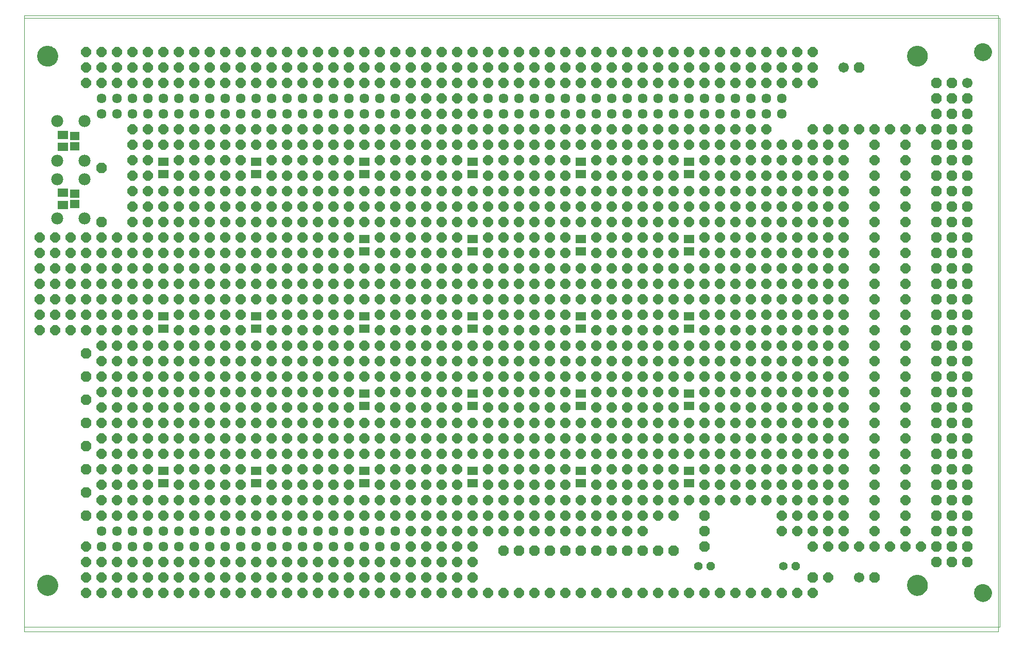
<source format=gbs>
G75*
G70*
%OFA0B0*%
%FSLAX24Y24*%
%IPPOS*%
%LPD*%
%AMOC8*
5,1,8,0,0,1.08239X$1,22.5*
%
%ADD10C,0.0000*%
%ADD11C,0.0670*%
%ADD12OC8,0.0670*%
%ADD13C,0.1140*%
%ADD14C,0.0634*%
%ADD15C,0.1340*%
%ADD16C,0.0780*%
%ADD17R,0.0631X0.0552*%
%ADD18R,0.0670X0.0552*%
%ADD19OC8,0.0640*%
%ADD20OC8,0.0560*%
%ADD21C,0.0560*%
D10*
X004848Y007120D02*
X004848Y046990D01*
X067840Y046990D01*
X067840Y007120D01*
X004848Y007120D01*
X004848Y007430D02*
X004848Y046810D01*
X067948Y046810D01*
X067948Y007430D01*
X004848Y007430D01*
X005698Y010120D02*
X005700Y010170D01*
X005706Y010220D01*
X005716Y010270D01*
X005729Y010318D01*
X005746Y010366D01*
X005767Y010412D01*
X005791Y010456D01*
X005819Y010498D01*
X005850Y010538D01*
X005884Y010575D01*
X005921Y010610D01*
X005960Y010641D01*
X006001Y010670D01*
X006045Y010695D01*
X006091Y010717D01*
X006138Y010735D01*
X006186Y010749D01*
X006235Y010760D01*
X006285Y010767D01*
X006335Y010770D01*
X006386Y010769D01*
X006436Y010764D01*
X006486Y010755D01*
X006534Y010743D01*
X006582Y010726D01*
X006628Y010706D01*
X006673Y010683D01*
X006716Y010656D01*
X006756Y010626D01*
X006794Y010593D01*
X006829Y010557D01*
X006862Y010518D01*
X006891Y010477D01*
X006917Y010434D01*
X006940Y010389D01*
X006959Y010342D01*
X006974Y010294D01*
X006986Y010245D01*
X006994Y010195D01*
X006998Y010145D01*
X006998Y010095D01*
X006994Y010045D01*
X006986Y009995D01*
X006974Y009946D01*
X006959Y009898D01*
X006940Y009851D01*
X006917Y009806D01*
X006891Y009763D01*
X006862Y009722D01*
X006829Y009683D01*
X006794Y009647D01*
X006756Y009614D01*
X006716Y009584D01*
X006673Y009557D01*
X006628Y009534D01*
X006582Y009514D01*
X006534Y009497D01*
X006486Y009485D01*
X006436Y009476D01*
X006386Y009471D01*
X006335Y009470D01*
X006285Y009473D01*
X006235Y009480D01*
X006186Y009491D01*
X006138Y009505D01*
X006091Y009523D01*
X006045Y009545D01*
X006001Y009570D01*
X005960Y009599D01*
X005921Y009630D01*
X005884Y009665D01*
X005850Y009702D01*
X005819Y009742D01*
X005791Y009784D01*
X005767Y009828D01*
X005746Y009874D01*
X005729Y009922D01*
X005716Y009970D01*
X005706Y010020D01*
X005700Y010070D01*
X005698Y010120D01*
X005698Y044370D02*
X005700Y044420D01*
X005706Y044470D01*
X005716Y044520D01*
X005729Y044568D01*
X005746Y044616D01*
X005767Y044662D01*
X005791Y044706D01*
X005819Y044748D01*
X005850Y044788D01*
X005884Y044825D01*
X005921Y044860D01*
X005960Y044891D01*
X006001Y044920D01*
X006045Y044945D01*
X006091Y044967D01*
X006138Y044985D01*
X006186Y044999D01*
X006235Y045010D01*
X006285Y045017D01*
X006335Y045020D01*
X006386Y045019D01*
X006436Y045014D01*
X006486Y045005D01*
X006534Y044993D01*
X006582Y044976D01*
X006628Y044956D01*
X006673Y044933D01*
X006716Y044906D01*
X006756Y044876D01*
X006794Y044843D01*
X006829Y044807D01*
X006862Y044768D01*
X006891Y044727D01*
X006917Y044684D01*
X006940Y044639D01*
X006959Y044592D01*
X006974Y044544D01*
X006986Y044495D01*
X006994Y044445D01*
X006998Y044395D01*
X006998Y044345D01*
X006994Y044295D01*
X006986Y044245D01*
X006974Y044196D01*
X006959Y044148D01*
X006940Y044101D01*
X006917Y044056D01*
X006891Y044013D01*
X006862Y043972D01*
X006829Y043933D01*
X006794Y043897D01*
X006756Y043864D01*
X006716Y043834D01*
X006673Y043807D01*
X006628Y043784D01*
X006582Y043764D01*
X006534Y043747D01*
X006486Y043735D01*
X006436Y043726D01*
X006386Y043721D01*
X006335Y043720D01*
X006285Y043723D01*
X006235Y043730D01*
X006186Y043741D01*
X006138Y043755D01*
X006091Y043773D01*
X006045Y043795D01*
X006001Y043820D01*
X005960Y043849D01*
X005921Y043880D01*
X005884Y043915D01*
X005850Y043952D01*
X005819Y043992D01*
X005791Y044034D01*
X005767Y044078D01*
X005746Y044124D01*
X005729Y044172D01*
X005716Y044220D01*
X005706Y044270D01*
X005700Y044320D01*
X005698Y044370D01*
X061948Y044370D02*
X061950Y044420D01*
X061956Y044470D01*
X061966Y044520D01*
X061979Y044568D01*
X061996Y044616D01*
X062017Y044662D01*
X062041Y044706D01*
X062069Y044748D01*
X062100Y044788D01*
X062134Y044825D01*
X062171Y044860D01*
X062210Y044891D01*
X062251Y044920D01*
X062295Y044945D01*
X062341Y044967D01*
X062388Y044985D01*
X062436Y044999D01*
X062485Y045010D01*
X062535Y045017D01*
X062585Y045020D01*
X062636Y045019D01*
X062686Y045014D01*
X062736Y045005D01*
X062784Y044993D01*
X062832Y044976D01*
X062878Y044956D01*
X062923Y044933D01*
X062966Y044906D01*
X063006Y044876D01*
X063044Y044843D01*
X063079Y044807D01*
X063112Y044768D01*
X063141Y044727D01*
X063167Y044684D01*
X063190Y044639D01*
X063209Y044592D01*
X063224Y044544D01*
X063236Y044495D01*
X063244Y044445D01*
X063248Y044395D01*
X063248Y044345D01*
X063244Y044295D01*
X063236Y044245D01*
X063224Y044196D01*
X063209Y044148D01*
X063190Y044101D01*
X063167Y044056D01*
X063141Y044013D01*
X063112Y043972D01*
X063079Y043933D01*
X063044Y043897D01*
X063006Y043864D01*
X062966Y043834D01*
X062923Y043807D01*
X062878Y043784D01*
X062832Y043764D01*
X062784Y043747D01*
X062736Y043735D01*
X062686Y043726D01*
X062636Y043721D01*
X062585Y043720D01*
X062535Y043723D01*
X062485Y043730D01*
X062436Y043741D01*
X062388Y043755D01*
X062341Y043773D01*
X062295Y043795D01*
X062251Y043820D01*
X062210Y043849D01*
X062171Y043880D01*
X062134Y043915D01*
X062100Y043952D01*
X062069Y043992D01*
X062041Y044034D01*
X062017Y044078D01*
X061996Y044124D01*
X061979Y044172D01*
X061966Y044220D01*
X061956Y044270D01*
X061950Y044320D01*
X061948Y044370D01*
X066298Y044620D02*
X066300Y044667D01*
X066306Y044713D01*
X066316Y044759D01*
X066329Y044803D01*
X066347Y044847D01*
X066368Y044888D01*
X066392Y044928D01*
X066420Y044966D01*
X066451Y045001D01*
X066485Y045033D01*
X066521Y045062D01*
X066560Y045088D01*
X066600Y045111D01*
X066643Y045130D01*
X066687Y045146D01*
X066732Y045158D01*
X066778Y045166D01*
X066825Y045170D01*
X066871Y045170D01*
X066918Y045166D01*
X066964Y045158D01*
X067009Y045146D01*
X067053Y045130D01*
X067096Y045111D01*
X067136Y045088D01*
X067175Y045062D01*
X067211Y045033D01*
X067245Y045001D01*
X067276Y044966D01*
X067304Y044928D01*
X067328Y044888D01*
X067349Y044847D01*
X067367Y044803D01*
X067380Y044759D01*
X067390Y044713D01*
X067396Y044667D01*
X067398Y044620D01*
X067396Y044573D01*
X067390Y044527D01*
X067380Y044481D01*
X067367Y044437D01*
X067349Y044393D01*
X067328Y044352D01*
X067304Y044312D01*
X067276Y044274D01*
X067245Y044239D01*
X067211Y044207D01*
X067175Y044178D01*
X067136Y044152D01*
X067096Y044129D01*
X067053Y044110D01*
X067009Y044094D01*
X066964Y044082D01*
X066918Y044074D01*
X066871Y044070D01*
X066825Y044070D01*
X066778Y044074D01*
X066732Y044082D01*
X066687Y044094D01*
X066643Y044110D01*
X066600Y044129D01*
X066560Y044152D01*
X066521Y044178D01*
X066485Y044207D01*
X066451Y044239D01*
X066420Y044274D01*
X066392Y044312D01*
X066368Y044352D01*
X066347Y044393D01*
X066329Y044437D01*
X066316Y044481D01*
X066306Y044527D01*
X066300Y044573D01*
X066298Y044620D01*
X061948Y010120D02*
X061950Y010170D01*
X061956Y010220D01*
X061966Y010270D01*
X061979Y010318D01*
X061996Y010366D01*
X062017Y010412D01*
X062041Y010456D01*
X062069Y010498D01*
X062100Y010538D01*
X062134Y010575D01*
X062171Y010610D01*
X062210Y010641D01*
X062251Y010670D01*
X062295Y010695D01*
X062341Y010717D01*
X062388Y010735D01*
X062436Y010749D01*
X062485Y010760D01*
X062535Y010767D01*
X062585Y010770D01*
X062636Y010769D01*
X062686Y010764D01*
X062736Y010755D01*
X062784Y010743D01*
X062832Y010726D01*
X062878Y010706D01*
X062923Y010683D01*
X062966Y010656D01*
X063006Y010626D01*
X063044Y010593D01*
X063079Y010557D01*
X063112Y010518D01*
X063141Y010477D01*
X063167Y010434D01*
X063190Y010389D01*
X063209Y010342D01*
X063224Y010294D01*
X063236Y010245D01*
X063244Y010195D01*
X063248Y010145D01*
X063248Y010095D01*
X063244Y010045D01*
X063236Y009995D01*
X063224Y009946D01*
X063209Y009898D01*
X063190Y009851D01*
X063167Y009806D01*
X063141Y009763D01*
X063112Y009722D01*
X063079Y009683D01*
X063044Y009647D01*
X063006Y009614D01*
X062966Y009584D01*
X062923Y009557D01*
X062878Y009534D01*
X062832Y009514D01*
X062784Y009497D01*
X062736Y009485D01*
X062686Y009476D01*
X062636Y009471D01*
X062585Y009470D01*
X062535Y009473D01*
X062485Y009480D01*
X062436Y009491D01*
X062388Y009505D01*
X062341Y009523D01*
X062295Y009545D01*
X062251Y009570D01*
X062210Y009599D01*
X062171Y009630D01*
X062134Y009665D01*
X062100Y009702D01*
X062069Y009742D01*
X062041Y009784D01*
X062017Y009828D01*
X061996Y009874D01*
X061979Y009922D01*
X061966Y009970D01*
X061956Y010020D01*
X061950Y010070D01*
X061948Y010120D01*
X066298Y009620D02*
X066300Y009667D01*
X066306Y009713D01*
X066316Y009759D01*
X066329Y009803D01*
X066347Y009847D01*
X066368Y009888D01*
X066392Y009928D01*
X066420Y009966D01*
X066451Y010001D01*
X066485Y010033D01*
X066521Y010062D01*
X066560Y010088D01*
X066600Y010111D01*
X066643Y010130D01*
X066687Y010146D01*
X066732Y010158D01*
X066778Y010166D01*
X066825Y010170D01*
X066871Y010170D01*
X066918Y010166D01*
X066964Y010158D01*
X067009Y010146D01*
X067053Y010130D01*
X067096Y010111D01*
X067136Y010088D01*
X067175Y010062D01*
X067211Y010033D01*
X067245Y010001D01*
X067276Y009966D01*
X067304Y009928D01*
X067328Y009888D01*
X067349Y009847D01*
X067367Y009803D01*
X067380Y009759D01*
X067390Y009713D01*
X067396Y009667D01*
X067398Y009620D01*
X067396Y009573D01*
X067390Y009527D01*
X067380Y009481D01*
X067367Y009437D01*
X067349Y009393D01*
X067328Y009352D01*
X067304Y009312D01*
X067276Y009274D01*
X067245Y009239D01*
X067211Y009207D01*
X067175Y009178D01*
X067136Y009152D01*
X067096Y009129D01*
X067053Y009110D01*
X067009Y009094D01*
X066964Y009082D01*
X066918Y009074D01*
X066871Y009070D01*
X066825Y009070D01*
X066778Y009074D01*
X066732Y009082D01*
X066687Y009094D01*
X066643Y009110D01*
X066600Y009129D01*
X066560Y009152D01*
X066521Y009178D01*
X066485Y009207D01*
X066451Y009239D01*
X066420Y009274D01*
X066392Y009312D01*
X066368Y009352D01*
X066347Y009393D01*
X066329Y009437D01*
X066316Y009481D01*
X066306Y009527D01*
X066300Y009573D01*
X066298Y009620D01*
D11*
X058848Y010620D03*
X065848Y042620D03*
X057848Y043620D03*
D12*
X058848Y043620D03*
X063848Y042620D03*
X064848Y042620D03*
X064848Y041620D03*
X065848Y041620D03*
X065848Y040620D03*
X064848Y040620D03*
X064848Y039620D03*
X065848Y039620D03*
X065848Y038620D03*
X064848Y038620D03*
X063848Y038620D03*
X063848Y039620D03*
X063848Y040620D03*
X063848Y041620D03*
X063848Y037620D03*
X064848Y037620D03*
X065848Y037620D03*
X065848Y036620D03*
X064848Y036620D03*
X063848Y036620D03*
X063848Y035620D03*
X064848Y035620D03*
X065848Y035620D03*
X065848Y034620D03*
X064848Y034620D03*
X063848Y034620D03*
X063848Y033620D03*
X063848Y032620D03*
X064848Y032620D03*
X064848Y033620D03*
X065848Y033620D03*
X065848Y032620D03*
X065848Y031620D03*
X064848Y031620D03*
X063848Y031620D03*
X063848Y030620D03*
X064848Y030620D03*
X065848Y030620D03*
X065848Y029620D03*
X064848Y029620D03*
X063848Y029620D03*
X063848Y028620D03*
X064848Y028620D03*
X065848Y028620D03*
X065848Y027620D03*
X064848Y027620D03*
X064848Y026620D03*
X065848Y026620D03*
X065848Y025620D03*
X064848Y025620D03*
X063848Y025620D03*
X063848Y026620D03*
X063848Y027620D03*
X063848Y024620D03*
X064848Y024620D03*
X065848Y024620D03*
X065848Y023620D03*
X064848Y023620D03*
X063848Y023620D03*
X063848Y022620D03*
X064848Y022620D03*
X065848Y022620D03*
X065848Y021620D03*
X064848Y021620D03*
X064848Y020620D03*
X065848Y020620D03*
X065848Y019620D03*
X064848Y019620D03*
X063848Y019620D03*
X063848Y020620D03*
X063848Y021620D03*
X063848Y018620D03*
X064848Y018620D03*
X065848Y018620D03*
X065848Y017620D03*
X064848Y017620D03*
X063848Y017620D03*
X063848Y016620D03*
X064848Y016620D03*
X065848Y016620D03*
X065848Y015620D03*
X064848Y015620D03*
X063848Y015620D03*
X063848Y014620D03*
X063848Y013620D03*
X064848Y013620D03*
X064848Y014620D03*
X065848Y014620D03*
X065848Y013620D03*
X065848Y012620D03*
X064848Y012620D03*
X063848Y012620D03*
X063848Y011620D03*
X064848Y011620D03*
X065848Y011620D03*
X059848Y010620D03*
X055848Y010620D03*
X048848Y012620D03*
X048848Y013620D03*
X048848Y014620D03*
X046848Y012370D03*
X045848Y012370D03*
X044848Y012370D03*
X043848Y012370D03*
X042848Y012370D03*
X041848Y012370D03*
X040848Y012370D03*
X039848Y012370D03*
X038848Y012370D03*
X037848Y012370D03*
X036848Y012370D03*
X035848Y012370D03*
X008848Y014620D03*
X008848Y016120D03*
X008848Y017620D03*
X008848Y019120D03*
X008848Y020620D03*
X008848Y022120D03*
X008848Y023620D03*
X008848Y025120D03*
X009848Y033620D03*
X009848Y037120D03*
D13*
X066848Y044620D03*
X066848Y009620D03*
D14*
X028848Y012620D03*
X027848Y012620D03*
X027848Y013620D03*
X028848Y013620D03*
X026848Y013620D03*
X025848Y013620D03*
X024848Y013620D03*
X023848Y013620D03*
X022848Y013620D03*
X021848Y013620D03*
X020848Y013620D03*
X019848Y013620D03*
X018848Y013620D03*
X017848Y013620D03*
X016848Y013620D03*
X015848Y013620D03*
X014848Y013620D03*
X013848Y013620D03*
X012848Y013620D03*
X011848Y013620D03*
X010848Y013620D03*
X009848Y013620D03*
X009848Y012620D03*
X010848Y012620D03*
X011848Y012620D03*
X012848Y012620D03*
X013848Y012620D03*
X014848Y012620D03*
X015848Y012620D03*
X016848Y012620D03*
X017848Y012620D03*
X018848Y012620D03*
X019848Y012620D03*
X020848Y012620D03*
X021848Y012620D03*
X022848Y012620D03*
X023848Y012620D03*
X024848Y012620D03*
X025848Y012620D03*
X026848Y012620D03*
X026848Y040620D03*
X025848Y040620D03*
X024848Y040620D03*
X024848Y041620D03*
X025848Y041620D03*
X026848Y041620D03*
X027848Y041620D03*
X028848Y041620D03*
X028848Y040620D03*
X027848Y040620D03*
X023848Y040620D03*
X022848Y040620D03*
X022848Y041620D03*
X023848Y041620D03*
X021848Y041620D03*
X020848Y041620D03*
X019848Y041620D03*
X018848Y041620D03*
X017848Y041620D03*
X016848Y041620D03*
X015848Y041620D03*
X014848Y041620D03*
X013848Y041620D03*
X012848Y041620D03*
X011848Y041620D03*
X010848Y041620D03*
X009848Y041620D03*
X009848Y040620D03*
X010848Y040620D03*
X011848Y040620D03*
X012848Y040620D03*
X013848Y040620D03*
X014848Y040620D03*
X015848Y040620D03*
X016848Y040620D03*
X017848Y040620D03*
X018848Y040620D03*
X019848Y040620D03*
X020848Y040620D03*
X021848Y040620D03*
X034848Y040620D03*
X035848Y040620D03*
X036848Y040620D03*
X036848Y041620D03*
X035848Y041620D03*
X034848Y041620D03*
X037848Y041620D03*
X038848Y041620D03*
X039848Y041620D03*
X040848Y041620D03*
X041848Y041620D03*
X042848Y041620D03*
X043848Y041620D03*
X044848Y041620D03*
X045848Y041620D03*
X046848Y041620D03*
X047848Y041620D03*
X048848Y041620D03*
X049848Y041620D03*
X050848Y041620D03*
X051848Y041620D03*
X052848Y041620D03*
X053848Y041620D03*
X053848Y040620D03*
X052848Y040620D03*
X051848Y040620D03*
X050848Y040620D03*
X049848Y040620D03*
X048848Y040620D03*
X047848Y040620D03*
X046848Y040620D03*
X045848Y040620D03*
X044848Y040620D03*
X043848Y040620D03*
X042848Y040620D03*
X041848Y040620D03*
X040848Y040620D03*
X039848Y040620D03*
X038848Y040620D03*
X037848Y040620D03*
D15*
X062598Y044370D03*
X062598Y010120D03*
X006348Y010120D03*
X006348Y044370D03*
D16*
X006958Y040150D03*
X008738Y040150D03*
X008738Y037590D03*
X008738Y036400D03*
X006958Y036400D03*
X006958Y037590D03*
X006958Y033840D03*
X008738Y033840D03*
D17*
X008098Y034785D03*
X008098Y035454D03*
X008098Y038535D03*
X008098Y039204D03*
D18*
X007348Y039263D03*
X007348Y038476D03*
X007348Y035513D03*
X007348Y034726D03*
X013848Y036726D03*
X013848Y037513D03*
X019848Y037513D03*
X019848Y036726D03*
X026848Y036726D03*
X026848Y037513D03*
X026848Y032513D03*
X026848Y031726D03*
X026848Y027513D03*
X026848Y026726D03*
X026848Y022513D03*
X026848Y021726D03*
X026848Y017513D03*
X026848Y016726D03*
X033848Y016726D03*
X033848Y017513D03*
X033848Y021726D03*
X033848Y022513D03*
X033848Y026726D03*
X033848Y027513D03*
X033848Y031726D03*
X033848Y032513D03*
X033848Y036726D03*
X033848Y037513D03*
X040848Y037513D03*
X040848Y036726D03*
X040848Y032513D03*
X040848Y031726D03*
X040848Y027513D03*
X040848Y026726D03*
X040848Y022513D03*
X040848Y021726D03*
X040848Y017513D03*
X040848Y016726D03*
X047848Y016726D03*
X047848Y017513D03*
X047848Y021726D03*
X047848Y022513D03*
X047848Y026726D03*
X047848Y027513D03*
X047848Y031726D03*
X047848Y032513D03*
X047848Y036726D03*
X047848Y037513D03*
X019848Y027513D03*
X019848Y026726D03*
X013848Y026726D03*
X013848Y027513D03*
X013848Y017513D03*
X013848Y016726D03*
X019848Y016726D03*
X019848Y017513D03*
D19*
X018848Y017620D03*
X017848Y017620D03*
X017848Y018620D03*
X018848Y018620D03*
X019848Y018620D03*
X019848Y019620D03*
X018848Y019620D03*
X017848Y019620D03*
X017848Y020620D03*
X017848Y021620D03*
X018848Y021620D03*
X019848Y021620D03*
X019848Y020620D03*
X018848Y020620D03*
X018848Y022620D03*
X019848Y022620D03*
X019848Y023620D03*
X018848Y023620D03*
X017848Y023620D03*
X017848Y024620D03*
X018848Y024620D03*
X019848Y024620D03*
X019848Y025620D03*
X018848Y025620D03*
X017848Y025620D03*
X017848Y026620D03*
X017848Y027620D03*
X018848Y027620D03*
X018848Y026620D03*
X018848Y028620D03*
X019848Y028620D03*
X019848Y029620D03*
X018848Y029620D03*
X017848Y029620D03*
X017848Y030620D03*
X018848Y030620D03*
X019848Y030620D03*
X019848Y031620D03*
X018848Y031620D03*
X017848Y031620D03*
X017848Y032620D03*
X017848Y033620D03*
X018848Y033620D03*
X019848Y033620D03*
X019848Y032620D03*
X018848Y032620D03*
X018848Y034620D03*
X019848Y034620D03*
X019848Y035620D03*
X018848Y035620D03*
X017848Y035620D03*
X017848Y036620D03*
X018848Y036620D03*
X018848Y037620D03*
X017848Y037620D03*
X017848Y038620D03*
X018848Y038620D03*
X019848Y038620D03*
X019848Y039620D03*
X018848Y039620D03*
X017848Y039620D03*
X016848Y039620D03*
X015848Y039620D03*
X014848Y039620D03*
X013848Y039620D03*
X012848Y039620D03*
X011848Y039620D03*
X011848Y038620D03*
X012848Y038620D03*
X013848Y038620D03*
X014848Y038620D03*
X015848Y038620D03*
X016848Y038620D03*
X016848Y037620D03*
X015848Y037620D03*
X014848Y037620D03*
X014848Y036620D03*
X015848Y036620D03*
X016848Y036620D03*
X016848Y035620D03*
X015848Y035620D03*
X014848Y035620D03*
X013848Y035620D03*
X012848Y035620D03*
X012848Y036620D03*
X012848Y037620D03*
X011848Y037620D03*
X011848Y036620D03*
X011848Y035620D03*
X011848Y034620D03*
X012848Y034620D03*
X013848Y034620D03*
X014848Y034620D03*
X015848Y034620D03*
X016848Y034620D03*
X017848Y034620D03*
X016848Y033620D03*
X015848Y033620D03*
X015848Y032620D03*
X016848Y032620D03*
X016848Y031620D03*
X015848Y031620D03*
X014848Y031620D03*
X013848Y031620D03*
X012848Y031620D03*
X012848Y032620D03*
X012848Y033620D03*
X013848Y033620D03*
X014848Y033620D03*
X014848Y032620D03*
X013848Y032620D03*
X011848Y032620D03*
X011848Y033620D03*
X010848Y032620D03*
X009848Y032620D03*
X008848Y032620D03*
X007848Y032620D03*
X006848Y032620D03*
X005848Y032620D03*
X005848Y031620D03*
X006848Y031620D03*
X007848Y031620D03*
X008848Y031620D03*
X009848Y031620D03*
X010848Y031620D03*
X011848Y031620D03*
X011848Y030620D03*
X010848Y030620D03*
X009848Y030620D03*
X008848Y030620D03*
X007848Y030620D03*
X006848Y030620D03*
X005848Y030620D03*
X005848Y029620D03*
X006848Y029620D03*
X007848Y029620D03*
X008848Y029620D03*
X009848Y029620D03*
X010848Y029620D03*
X011848Y029620D03*
X012848Y029620D03*
X013848Y029620D03*
X014848Y029620D03*
X014848Y030620D03*
X013848Y030620D03*
X012848Y030620D03*
X012848Y028620D03*
X013848Y028620D03*
X014848Y028620D03*
X015848Y028620D03*
X016848Y028620D03*
X016848Y029620D03*
X015848Y029620D03*
X015848Y030620D03*
X016848Y030620D03*
X017848Y028620D03*
X016848Y027620D03*
X015848Y027620D03*
X015848Y026620D03*
X016848Y026620D03*
X016848Y025620D03*
X015848Y025620D03*
X014848Y025620D03*
X013848Y025620D03*
X012848Y025620D03*
X012848Y026620D03*
X012848Y027620D03*
X011848Y027620D03*
X010848Y027620D03*
X010848Y026620D03*
X011848Y026620D03*
X011848Y025620D03*
X010848Y025620D03*
X009848Y025620D03*
X009848Y026620D03*
X009848Y027620D03*
X008848Y027620D03*
X007848Y027620D03*
X007848Y026620D03*
X008848Y026620D03*
X008848Y028620D03*
X009848Y028620D03*
X010848Y028620D03*
X011848Y028620D03*
X014848Y027620D03*
X014848Y026620D03*
X014848Y024620D03*
X013848Y024620D03*
X012848Y024620D03*
X011848Y024620D03*
X010848Y024620D03*
X009848Y024620D03*
X009848Y023620D03*
X010848Y023620D03*
X011848Y023620D03*
X012848Y023620D03*
X013848Y023620D03*
X014848Y023620D03*
X015848Y023620D03*
X016848Y023620D03*
X016848Y024620D03*
X015848Y024620D03*
X015848Y022620D03*
X016848Y022620D03*
X017848Y022620D03*
X016848Y021620D03*
X015848Y021620D03*
X015848Y020620D03*
X016848Y020620D03*
X016848Y019620D03*
X015848Y019620D03*
X014848Y019620D03*
X013848Y019620D03*
X012848Y019620D03*
X012848Y020620D03*
X012848Y021620D03*
X013848Y021620D03*
X014848Y021620D03*
X014848Y020620D03*
X013848Y020620D03*
X013848Y022620D03*
X014848Y022620D03*
X012848Y022620D03*
X011848Y022620D03*
X010848Y022620D03*
X009848Y022620D03*
X009848Y021620D03*
X009848Y020620D03*
X010848Y020620D03*
X010848Y021620D03*
X011848Y021620D03*
X011848Y020620D03*
X011848Y019620D03*
X010848Y019620D03*
X009848Y019620D03*
X009848Y018620D03*
X010848Y018620D03*
X011848Y018620D03*
X012848Y018620D03*
X013848Y018620D03*
X014848Y018620D03*
X015848Y018620D03*
X016848Y018620D03*
X016848Y017620D03*
X015848Y017620D03*
X014848Y017620D03*
X014848Y016620D03*
X015848Y016620D03*
X016848Y016620D03*
X017848Y016620D03*
X018848Y016620D03*
X018848Y015620D03*
X019848Y015620D03*
X020848Y015620D03*
X021848Y015620D03*
X021848Y016620D03*
X020848Y016620D03*
X020848Y017620D03*
X021848Y017620D03*
X021848Y018620D03*
X020848Y018620D03*
X020848Y019620D03*
X021848Y019620D03*
X021848Y020620D03*
X021848Y021620D03*
X020848Y021620D03*
X020848Y020620D03*
X020848Y022620D03*
X021848Y022620D03*
X021848Y023620D03*
X020848Y023620D03*
X020848Y024620D03*
X021848Y024620D03*
X021848Y025620D03*
X020848Y025620D03*
X020848Y026620D03*
X020848Y027620D03*
X021848Y027620D03*
X021848Y026620D03*
X022848Y026620D03*
X022848Y027620D03*
X023848Y027620D03*
X023848Y026620D03*
X024848Y026620D03*
X024848Y027620D03*
X025848Y027620D03*
X025848Y026620D03*
X025848Y025620D03*
X026848Y025620D03*
X027848Y025620D03*
X028848Y025620D03*
X028848Y026620D03*
X028848Y027620D03*
X027848Y027620D03*
X027848Y026620D03*
X027848Y028620D03*
X028848Y028620D03*
X028848Y029620D03*
X027848Y029620D03*
X027848Y030620D03*
X028848Y030620D03*
X028848Y031620D03*
X027848Y031620D03*
X027848Y032620D03*
X027848Y033620D03*
X028848Y033620D03*
X028848Y032620D03*
X029848Y032620D03*
X029848Y033620D03*
X030848Y033620D03*
X031848Y033620D03*
X031848Y032620D03*
X030848Y032620D03*
X030848Y031620D03*
X031848Y031620D03*
X032848Y031620D03*
X032848Y032620D03*
X032848Y033620D03*
X033848Y033620D03*
X033848Y034620D03*
X032848Y034620D03*
X032848Y035620D03*
X033848Y035620D03*
X034848Y035620D03*
X035848Y035620D03*
X036848Y035620D03*
X036848Y036620D03*
X035848Y036620D03*
X034848Y036620D03*
X034848Y037620D03*
X035848Y037620D03*
X036848Y037620D03*
X036848Y038620D03*
X035848Y038620D03*
X034848Y038620D03*
X034848Y039620D03*
X035848Y039620D03*
X036848Y039620D03*
X037848Y039620D03*
X038848Y039620D03*
X039848Y039620D03*
X040848Y039620D03*
X041848Y039620D03*
X042848Y039620D03*
X043848Y039620D03*
X044848Y039620D03*
X045848Y039620D03*
X046848Y039620D03*
X047848Y039620D03*
X048848Y039620D03*
X049848Y039620D03*
X050848Y039620D03*
X051848Y039620D03*
X052848Y039620D03*
X052848Y038620D03*
X053848Y038620D03*
X054848Y038620D03*
X055848Y038620D03*
X055848Y039620D03*
X056848Y039620D03*
X057848Y039620D03*
X058848Y039620D03*
X059848Y039620D03*
X060848Y039620D03*
X061848Y039620D03*
X062848Y039620D03*
X061848Y038620D03*
X061848Y037620D03*
X061848Y036620D03*
X061848Y035620D03*
X061848Y034620D03*
X061848Y033620D03*
X061848Y032620D03*
X061848Y031620D03*
X061848Y030620D03*
X061848Y029620D03*
X061848Y028620D03*
X061848Y027620D03*
X061848Y026620D03*
X061848Y025620D03*
X061848Y024620D03*
X061848Y023620D03*
X061848Y022620D03*
X061848Y021620D03*
X061848Y020620D03*
X061848Y019620D03*
X061848Y018620D03*
X061848Y017620D03*
X061848Y016620D03*
X061848Y015620D03*
X061848Y014620D03*
X061848Y013620D03*
X061848Y012620D03*
X062848Y012620D03*
X060848Y012620D03*
X059848Y012620D03*
X059848Y013620D03*
X059848Y014620D03*
X059848Y015620D03*
X059848Y016620D03*
X059848Y017620D03*
X059848Y018620D03*
X059848Y019620D03*
X059848Y020620D03*
X059848Y021620D03*
X059848Y022620D03*
X059848Y023620D03*
X059848Y024620D03*
X059848Y025620D03*
X059848Y026620D03*
X059848Y027620D03*
X059848Y028620D03*
X059848Y029620D03*
X059848Y030620D03*
X059848Y031620D03*
X059848Y032620D03*
X059848Y033620D03*
X059848Y034620D03*
X059848Y035620D03*
X059848Y036620D03*
X059848Y037620D03*
X059848Y038620D03*
X057848Y038620D03*
X056848Y038620D03*
X056848Y037620D03*
X057848Y037620D03*
X057848Y036620D03*
X056848Y036620D03*
X055848Y036620D03*
X054848Y036620D03*
X054848Y037620D03*
X055848Y037620D03*
X053848Y037620D03*
X052848Y037620D03*
X051848Y037620D03*
X051848Y038620D03*
X050848Y038620D03*
X049848Y038620D03*
X048848Y038620D03*
X047848Y038620D03*
X046848Y038620D03*
X045848Y038620D03*
X044848Y038620D03*
X043848Y038620D03*
X042848Y038620D03*
X041848Y038620D03*
X040848Y038620D03*
X039848Y038620D03*
X038848Y038620D03*
X037848Y038620D03*
X037848Y037620D03*
X038848Y037620D03*
X039848Y037620D03*
X039848Y036620D03*
X038848Y036620D03*
X037848Y036620D03*
X037848Y035620D03*
X038848Y035620D03*
X039848Y035620D03*
X040848Y035620D03*
X041848Y035620D03*
X041848Y036620D03*
X041848Y037620D03*
X042848Y037620D03*
X043848Y037620D03*
X044848Y037620D03*
X045848Y037620D03*
X046848Y037620D03*
X046848Y036620D03*
X045848Y036620D03*
X044848Y036620D03*
X043848Y036620D03*
X042848Y036620D03*
X042848Y035620D03*
X043848Y035620D03*
X044848Y035620D03*
X045848Y035620D03*
X046848Y035620D03*
X047848Y035620D03*
X048848Y035620D03*
X048848Y036620D03*
X048848Y037620D03*
X049848Y037620D03*
X050848Y037620D03*
X050848Y036620D03*
X049848Y036620D03*
X049848Y035620D03*
X050848Y035620D03*
X051848Y035620D03*
X052848Y035620D03*
X053848Y035620D03*
X053848Y036620D03*
X052848Y036620D03*
X051848Y036620D03*
X051848Y034620D03*
X052848Y034620D03*
X053848Y034620D03*
X054848Y034620D03*
X055848Y034620D03*
X055848Y035620D03*
X054848Y035620D03*
X056848Y035620D03*
X057848Y035620D03*
X057848Y034620D03*
X056848Y034620D03*
X056848Y033620D03*
X057848Y033620D03*
X057848Y032620D03*
X056848Y032620D03*
X055848Y032620D03*
X055848Y033620D03*
X054848Y033620D03*
X054848Y032620D03*
X053848Y032620D03*
X053848Y033620D03*
X052848Y033620D03*
X051848Y033620D03*
X051848Y032620D03*
X052848Y032620D03*
X052848Y031620D03*
X053848Y031620D03*
X054848Y031620D03*
X055848Y031620D03*
X056848Y031620D03*
X057848Y031620D03*
X057848Y030620D03*
X056848Y030620D03*
X055848Y030620D03*
X054848Y030620D03*
X053848Y030620D03*
X052848Y030620D03*
X051848Y030620D03*
X051848Y031620D03*
X050848Y031620D03*
X049848Y031620D03*
X049848Y032620D03*
X049848Y033620D03*
X050848Y033620D03*
X050848Y032620D03*
X050848Y034620D03*
X049848Y034620D03*
X048848Y034620D03*
X047848Y034620D03*
X046848Y034620D03*
X045848Y034620D03*
X044848Y034620D03*
X043848Y034620D03*
X042848Y034620D03*
X041848Y034620D03*
X040848Y034620D03*
X039848Y034620D03*
X038848Y034620D03*
X037848Y034620D03*
X036848Y034620D03*
X035848Y034620D03*
X034848Y034620D03*
X034848Y033620D03*
X035848Y033620D03*
X036848Y033620D03*
X036848Y032620D03*
X035848Y032620D03*
X034848Y032620D03*
X034848Y031620D03*
X035848Y031620D03*
X036848Y031620D03*
X037848Y031620D03*
X038848Y031620D03*
X038848Y032620D03*
X038848Y033620D03*
X037848Y033620D03*
X037848Y032620D03*
X039848Y032620D03*
X039848Y033620D03*
X040848Y033620D03*
X041848Y033620D03*
X041848Y032620D03*
X042848Y032620D03*
X042848Y033620D03*
X043848Y033620D03*
X043848Y032620D03*
X044848Y032620D03*
X044848Y033620D03*
X045848Y033620D03*
X046848Y033620D03*
X046848Y032620D03*
X045848Y032620D03*
X045848Y031620D03*
X046848Y031620D03*
X046848Y030620D03*
X045848Y030620D03*
X044848Y030620D03*
X044848Y031620D03*
X043848Y031620D03*
X042848Y031620D03*
X041848Y031620D03*
X041848Y030620D03*
X040848Y030620D03*
X039848Y030620D03*
X039848Y031620D03*
X038848Y030620D03*
X037848Y030620D03*
X036848Y030620D03*
X035848Y030620D03*
X034848Y030620D03*
X033848Y030620D03*
X032848Y030620D03*
X031848Y030620D03*
X030848Y030620D03*
X029848Y030620D03*
X029848Y031620D03*
X029848Y029620D03*
X030848Y029620D03*
X031848Y029620D03*
X032848Y029620D03*
X033848Y029620D03*
X034848Y029620D03*
X035848Y029620D03*
X036848Y029620D03*
X037848Y029620D03*
X038848Y029620D03*
X039848Y029620D03*
X040848Y029620D03*
X041848Y029620D03*
X042848Y029620D03*
X043848Y029620D03*
X043848Y030620D03*
X042848Y030620D03*
X044848Y029620D03*
X045848Y029620D03*
X046848Y029620D03*
X047848Y029620D03*
X048848Y029620D03*
X048848Y030620D03*
X047848Y030620D03*
X048848Y031620D03*
X048848Y032620D03*
X048848Y033620D03*
X047848Y033620D03*
X049848Y030620D03*
X050848Y030620D03*
X050848Y029620D03*
X049848Y029620D03*
X049848Y028620D03*
X050848Y028620D03*
X051848Y028620D03*
X052848Y028620D03*
X053848Y028620D03*
X053848Y029620D03*
X052848Y029620D03*
X051848Y029620D03*
X051848Y027620D03*
X052848Y027620D03*
X053848Y027620D03*
X053848Y026620D03*
X052848Y026620D03*
X051848Y026620D03*
X050848Y026620D03*
X050848Y027620D03*
X049848Y027620D03*
X049848Y026620D03*
X048848Y026620D03*
X048848Y027620D03*
X048848Y028620D03*
X047848Y028620D03*
X046848Y028620D03*
X045848Y028620D03*
X044848Y028620D03*
X043848Y028620D03*
X042848Y028620D03*
X041848Y028620D03*
X040848Y028620D03*
X039848Y028620D03*
X038848Y028620D03*
X037848Y028620D03*
X036848Y028620D03*
X035848Y028620D03*
X034848Y028620D03*
X033848Y028620D03*
X032848Y028620D03*
X031848Y028620D03*
X030848Y028620D03*
X029848Y028620D03*
X029848Y027620D03*
X030848Y027620D03*
X031848Y027620D03*
X031848Y026620D03*
X030848Y026620D03*
X029848Y026620D03*
X029848Y025620D03*
X030848Y025620D03*
X031848Y025620D03*
X032848Y025620D03*
X033848Y025620D03*
X034848Y025620D03*
X035848Y025620D03*
X036848Y025620D03*
X036848Y026620D03*
X036848Y027620D03*
X035848Y027620D03*
X034848Y027620D03*
X034848Y026620D03*
X035848Y026620D03*
X037848Y026620D03*
X037848Y027620D03*
X038848Y027620D03*
X038848Y026620D03*
X039848Y026620D03*
X039848Y027620D03*
X041848Y027620D03*
X041848Y026620D03*
X042848Y026620D03*
X042848Y027620D03*
X043848Y027620D03*
X043848Y026620D03*
X044848Y026620D03*
X044848Y027620D03*
X045848Y027620D03*
X046848Y027620D03*
X046848Y026620D03*
X045848Y026620D03*
X045848Y025620D03*
X046848Y025620D03*
X047848Y025620D03*
X048848Y025620D03*
X049848Y025620D03*
X050848Y025620D03*
X051848Y025620D03*
X052848Y025620D03*
X053848Y025620D03*
X054848Y025620D03*
X055848Y025620D03*
X055848Y026620D03*
X055848Y027620D03*
X054848Y027620D03*
X054848Y026620D03*
X054848Y028620D03*
X055848Y028620D03*
X055848Y029620D03*
X054848Y029620D03*
X056848Y029620D03*
X057848Y029620D03*
X057848Y028620D03*
X056848Y028620D03*
X056848Y027620D03*
X057848Y027620D03*
X057848Y026620D03*
X056848Y026620D03*
X056848Y025620D03*
X057848Y025620D03*
X057848Y024620D03*
X056848Y024620D03*
X055848Y024620D03*
X054848Y024620D03*
X053848Y024620D03*
X052848Y024620D03*
X051848Y024620D03*
X050848Y024620D03*
X049848Y024620D03*
X048848Y024620D03*
X047848Y024620D03*
X046848Y024620D03*
X045848Y024620D03*
X044848Y024620D03*
X044848Y025620D03*
X043848Y025620D03*
X042848Y025620D03*
X041848Y025620D03*
X040848Y025620D03*
X039848Y025620D03*
X038848Y025620D03*
X037848Y025620D03*
X037848Y024620D03*
X038848Y024620D03*
X039848Y024620D03*
X040848Y024620D03*
X041848Y024620D03*
X042848Y024620D03*
X043848Y024620D03*
X043848Y023620D03*
X042848Y023620D03*
X041848Y023620D03*
X040848Y023620D03*
X039848Y023620D03*
X038848Y023620D03*
X037848Y023620D03*
X036848Y023620D03*
X035848Y023620D03*
X034848Y023620D03*
X034848Y024620D03*
X035848Y024620D03*
X036848Y024620D03*
X036848Y022620D03*
X035848Y022620D03*
X034848Y022620D03*
X034848Y021620D03*
X035848Y021620D03*
X036848Y021620D03*
X036848Y020620D03*
X035848Y020620D03*
X034848Y020620D03*
X033848Y020620D03*
X032848Y020620D03*
X032848Y021620D03*
X032848Y022620D03*
X032848Y023620D03*
X033848Y023620D03*
X033848Y024620D03*
X032848Y024620D03*
X031848Y024620D03*
X030848Y024620D03*
X029848Y024620D03*
X028848Y024620D03*
X027848Y024620D03*
X026848Y024620D03*
X025848Y024620D03*
X024848Y024620D03*
X024848Y025620D03*
X023848Y025620D03*
X022848Y025620D03*
X022848Y024620D03*
X023848Y024620D03*
X023848Y023620D03*
X022848Y023620D03*
X022848Y022620D03*
X023848Y022620D03*
X024848Y022620D03*
X025848Y022620D03*
X025848Y023620D03*
X026848Y023620D03*
X027848Y023620D03*
X028848Y023620D03*
X029848Y023620D03*
X030848Y023620D03*
X031848Y023620D03*
X031848Y022620D03*
X030848Y022620D03*
X029848Y022620D03*
X028848Y022620D03*
X027848Y022620D03*
X027848Y021620D03*
X028848Y021620D03*
X028848Y020620D03*
X027848Y020620D03*
X026848Y020620D03*
X025848Y020620D03*
X025848Y021620D03*
X024848Y021620D03*
X024848Y020620D03*
X023848Y020620D03*
X023848Y021620D03*
X022848Y021620D03*
X022848Y020620D03*
X022848Y019620D03*
X023848Y019620D03*
X024848Y019620D03*
X025848Y019620D03*
X026848Y019620D03*
X027848Y019620D03*
X028848Y019620D03*
X029848Y019620D03*
X030848Y019620D03*
X031848Y019620D03*
X031848Y020620D03*
X031848Y021620D03*
X030848Y021620D03*
X029848Y021620D03*
X029848Y020620D03*
X030848Y020620D03*
X032848Y019620D03*
X033848Y019620D03*
X034848Y019620D03*
X035848Y019620D03*
X036848Y019620D03*
X037848Y019620D03*
X038848Y019620D03*
X038848Y020620D03*
X038848Y021620D03*
X037848Y021620D03*
X037848Y020620D03*
X037848Y022620D03*
X038848Y022620D03*
X039848Y022620D03*
X039848Y021620D03*
X039848Y020620D03*
X040848Y020620D03*
X041848Y020620D03*
X041848Y021620D03*
X041848Y022620D03*
X042848Y022620D03*
X043848Y022620D03*
X044848Y022620D03*
X045848Y022620D03*
X046848Y022620D03*
X046848Y023620D03*
X045848Y023620D03*
X044848Y023620D03*
X044848Y021620D03*
X045848Y021620D03*
X046848Y021620D03*
X046848Y020620D03*
X045848Y020620D03*
X044848Y020620D03*
X043848Y020620D03*
X043848Y021620D03*
X042848Y021620D03*
X042848Y020620D03*
X042848Y019620D03*
X043848Y019620D03*
X044848Y019620D03*
X045848Y019620D03*
X046848Y019620D03*
X047848Y019620D03*
X048848Y019620D03*
X048848Y020620D03*
X048848Y021620D03*
X047848Y020620D03*
X049848Y020620D03*
X049848Y021620D03*
X050848Y021620D03*
X050848Y020620D03*
X051848Y020620D03*
X051848Y021620D03*
X052848Y021620D03*
X053848Y021620D03*
X053848Y020620D03*
X052848Y020620D03*
X052848Y019620D03*
X053848Y019620D03*
X054848Y019620D03*
X055848Y019620D03*
X055848Y020620D03*
X055848Y021620D03*
X054848Y021620D03*
X054848Y020620D03*
X054848Y022620D03*
X055848Y022620D03*
X055848Y023620D03*
X054848Y023620D03*
X053848Y023620D03*
X052848Y023620D03*
X051848Y023620D03*
X050848Y023620D03*
X049848Y023620D03*
X048848Y023620D03*
X047848Y023620D03*
X048848Y022620D03*
X049848Y022620D03*
X050848Y022620D03*
X051848Y022620D03*
X052848Y022620D03*
X053848Y022620D03*
X056848Y022620D03*
X057848Y022620D03*
X057848Y023620D03*
X056848Y023620D03*
X056848Y021620D03*
X057848Y021620D03*
X057848Y020620D03*
X056848Y020620D03*
X056848Y019620D03*
X057848Y019620D03*
X057848Y018620D03*
X056848Y018620D03*
X055848Y018620D03*
X054848Y018620D03*
X053848Y018620D03*
X052848Y018620D03*
X051848Y018620D03*
X051848Y019620D03*
X050848Y019620D03*
X049848Y019620D03*
X049848Y018620D03*
X050848Y018620D03*
X050848Y017620D03*
X049848Y017620D03*
X048848Y017620D03*
X048848Y018620D03*
X047848Y018620D03*
X046848Y018620D03*
X045848Y018620D03*
X044848Y018620D03*
X043848Y018620D03*
X042848Y018620D03*
X041848Y018620D03*
X040848Y018620D03*
X039848Y018620D03*
X039848Y019620D03*
X040848Y019620D03*
X041848Y019620D03*
X041848Y017620D03*
X042848Y017620D03*
X043848Y017620D03*
X044848Y017620D03*
X045848Y017620D03*
X046848Y017620D03*
X046848Y016620D03*
X045848Y016620D03*
X044848Y016620D03*
X043848Y016620D03*
X042848Y016620D03*
X041848Y016620D03*
X041848Y015620D03*
X040848Y015620D03*
X039848Y015620D03*
X039848Y016620D03*
X039848Y017620D03*
X038848Y017620D03*
X037848Y017620D03*
X037848Y018620D03*
X038848Y018620D03*
X036848Y018620D03*
X035848Y018620D03*
X034848Y018620D03*
X033848Y018620D03*
X032848Y018620D03*
X031848Y018620D03*
X030848Y018620D03*
X029848Y018620D03*
X028848Y018620D03*
X027848Y018620D03*
X026848Y018620D03*
X025848Y018620D03*
X024848Y018620D03*
X023848Y018620D03*
X022848Y018620D03*
X022848Y017620D03*
X023848Y017620D03*
X024848Y017620D03*
X025848Y017620D03*
X025848Y016620D03*
X024848Y016620D03*
X023848Y016620D03*
X022848Y016620D03*
X022848Y015620D03*
X023848Y015620D03*
X024848Y015620D03*
X025848Y015620D03*
X026848Y015620D03*
X027848Y015620D03*
X028848Y015620D03*
X028848Y016620D03*
X027848Y016620D03*
X027848Y017620D03*
X028848Y017620D03*
X029848Y017620D03*
X030848Y017620D03*
X031848Y017620D03*
X032848Y017620D03*
X032848Y016620D03*
X031848Y016620D03*
X030848Y016620D03*
X029848Y016620D03*
X029848Y015620D03*
X030848Y015620D03*
X031848Y015620D03*
X032848Y015620D03*
X033848Y015620D03*
X034848Y015620D03*
X035848Y015620D03*
X036848Y015620D03*
X036848Y016620D03*
X035848Y016620D03*
X034848Y016620D03*
X034848Y017620D03*
X035848Y017620D03*
X036848Y017620D03*
X037848Y016620D03*
X038848Y016620D03*
X038848Y015620D03*
X037848Y015620D03*
X037848Y014620D03*
X038848Y014620D03*
X038848Y013620D03*
X037848Y013620D03*
X036848Y013620D03*
X036848Y014620D03*
X035848Y014620D03*
X034848Y014620D03*
X034848Y013620D03*
X035848Y013620D03*
X033848Y013620D03*
X033848Y014620D03*
X032848Y014620D03*
X032848Y013620D03*
X031848Y013620D03*
X031848Y014620D03*
X030848Y014620D03*
X029848Y014620D03*
X029848Y013620D03*
X030848Y013620D03*
X030848Y012620D03*
X031848Y012620D03*
X032848Y012620D03*
X033848Y012620D03*
X033848Y011620D03*
X032848Y011620D03*
X031848Y011620D03*
X030848Y011620D03*
X029848Y011620D03*
X029848Y012620D03*
X028848Y011620D03*
X027848Y011620D03*
X026848Y011620D03*
X025848Y011620D03*
X024848Y011620D03*
X023848Y011620D03*
X022848Y011620D03*
X021848Y011620D03*
X020848Y011620D03*
X019848Y011620D03*
X018848Y011620D03*
X017848Y011620D03*
X016848Y011620D03*
X015848Y011620D03*
X014848Y011620D03*
X013848Y011620D03*
X012848Y011620D03*
X011848Y011620D03*
X010848Y011620D03*
X009848Y011620D03*
X008848Y011620D03*
X008848Y012620D03*
X009848Y014620D03*
X009848Y015620D03*
X009848Y016620D03*
X009848Y017620D03*
X010848Y017620D03*
X011848Y017620D03*
X012848Y017620D03*
X012848Y016620D03*
X011848Y016620D03*
X010848Y016620D03*
X010848Y015620D03*
X011848Y015620D03*
X012848Y015620D03*
X013848Y015620D03*
X014848Y015620D03*
X015848Y015620D03*
X016848Y015620D03*
X017848Y015620D03*
X017848Y014620D03*
X018848Y014620D03*
X019848Y014620D03*
X020848Y014620D03*
X021848Y014620D03*
X022848Y014620D03*
X023848Y014620D03*
X024848Y014620D03*
X025848Y014620D03*
X026848Y014620D03*
X027848Y014620D03*
X028848Y014620D03*
X028848Y010620D03*
X027848Y010620D03*
X026848Y010620D03*
X025848Y010620D03*
X024848Y010620D03*
X023848Y010620D03*
X022848Y010620D03*
X021848Y010620D03*
X020848Y010620D03*
X019848Y010620D03*
X018848Y010620D03*
X017848Y010620D03*
X016848Y010620D03*
X015848Y010620D03*
X014848Y010620D03*
X013848Y010620D03*
X012848Y010620D03*
X011848Y010620D03*
X010848Y010620D03*
X009848Y010620D03*
X008848Y010620D03*
X008848Y009620D03*
X009848Y009620D03*
X010848Y009620D03*
X011848Y009620D03*
X012848Y009620D03*
X013848Y009620D03*
X014848Y009620D03*
X015848Y009620D03*
X016848Y009620D03*
X017848Y009620D03*
X018848Y009620D03*
X019848Y009620D03*
X020848Y009620D03*
X021848Y009620D03*
X022848Y009620D03*
X023848Y009620D03*
X024848Y009620D03*
X025848Y009620D03*
X026848Y009620D03*
X027848Y009620D03*
X028848Y009620D03*
X029848Y009620D03*
X030848Y009620D03*
X031848Y009620D03*
X031848Y010620D03*
X030848Y010620D03*
X029848Y010620D03*
X032848Y010620D03*
X033848Y010620D03*
X033848Y009620D03*
X032848Y009620D03*
X034848Y009620D03*
X035848Y009620D03*
X036848Y009620D03*
X037848Y009620D03*
X038848Y009620D03*
X039848Y009620D03*
X040848Y009620D03*
X041848Y009620D03*
X042848Y009620D03*
X043848Y009620D03*
X044848Y009620D03*
X045848Y009620D03*
X046848Y009620D03*
X047848Y009620D03*
X048848Y009620D03*
X049848Y009620D03*
X050848Y009620D03*
X051848Y009620D03*
X052848Y009620D03*
X053848Y009620D03*
X054848Y009620D03*
X055848Y009620D03*
X056848Y010620D03*
X056848Y012620D03*
X057848Y012620D03*
X058848Y012620D03*
X057848Y013620D03*
X057848Y014620D03*
X056848Y014620D03*
X056848Y013620D03*
X055848Y013620D03*
X055848Y014620D03*
X054848Y014620D03*
X054848Y013620D03*
X053848Y013620D03*
X053848Y014620D03*
X053848Y015620D03*
X052848Y015620D03*
X051848Y015620D03*
X051848Y016620D03*
X052848Y016620D03*
X053848Y016620D03*
X053848Y017620D03*
X052848Y017620D03*
X051848Y017620D03*
X050848Y016620D03*
X049848Y016620D03*
X048848Y016620D03*
X048848Y015620D03*
X047848Y015620D03*
X046848Y015620D03*
X045848Y015620D03*
X044848Y015620D03*
X043848Y015620D03*
X042848Y015620D03*
X042848Y014620D03*
X043848Y014620D03*
X043848Y013620D03*
X042848Y013620D03*
X041848Y013620D03*
X041848Y014620D03*
X040848Y014620D03*
X039848Y014620D03*
X039848Y013620D03*
X040848Y013620D03*
X044848Y013620D03*
X044848Y014620D03*
X045848Y014620D03*
X046848Y014620D03*
X049848Y015620D03*
X050848Y015620D03*
X054848Y015620D03*
X055848Y015620D03*
X055848Y016620D03*
X054848Y016620D03*
X054848Y017620D03*
X055848Y017620D03*
X056848Y017620D03*
X057848Y017620D03*
X057848Y016620D03*
X056848Y016620D03*
X056848Y015620D03*
X057848Y015620D03*
X055848Y012620D03*
X032848Y026620D03*
X032848Y027620D03*
X026848Y028620D03*
X025848Y028620D03*
X024848Y028620D03*
X024848Y029620D03*
X025848Y029620D03*
X026848Y029620D03*
X026848Y030620D03*
X025848Y030620D03*
X024848Y030620D03*
X024848Y031620D03*
X025848Y031620D03*
X025848Y032620D03*
X025848Y033620D03*
X026848Y033620D03*
X026848Y034620D03*
X025848Y034620D03*
X024848Y034620D03*
X024848Y035620D03*
X025848Y035620D03*
X026848Y035620D03*
X027848Y035620D03*
X028848Y035620D03*
X028848Y036620D03*
X027848Y036620D03*
X027848Y037620D03*
X028848Y037620D03*
X028848Y038620D03*
X027848Y038620D03*
X027848Y039620D03*
X028848Y039620D03*
X029848Y039620D03*
X029848Y040620D03*
X030848Y040620D03*
X031848Y040620D03*
X031848Y039620D03*
X030848Y039620D03*
X030848Y038620D03*
X031848Y038620D03*
X032848Y038620D03*
X033848Y038620D03*
X033848Y039620D03*
X033848Y040620D03*
X032848Y040620D03*
X032848Y039620D03*
X032848Y041620D03*
X033848Y041620D03*
X033848Y042620D03*
X032848Y042620D03*
X032848Y043620D03*
X033848Y043620D03*
X033848Y044620D03*
X032848Y044620D03*
X031848Y044620D03*
X030848Y044620D03*
X029848Y044620D03*
X028848Y044620D03*
X027848Y044620D03*
X026848Y044620D03*
X025848Y044620D03*
X024848Y044620D03*
X023848Y044620D03*
X022848Y044620D03*
X021848Y044620D03*
X020848Y044620D03*
X019848Y044620D03*
X018848Y044620D03*
X017848Y044620D03*
X016848Y044620D03*
X015848Y044620D03*
X014848Y044620D03*
X013848Y044620D03*
X012848Y044620D03*
X011848Y044620D03*
X010848Y044620D03*
X009848Y044620D03*
X008848Y044620D03*
X008848Y043620D03*
X009848Y043620D03*
X010848Y043620D03*
X011848Y043620D03*
X012848Y043620D03*
X013848Y043620D03*
X014848Y043620D03*
X015848Y043620D03*
X016848Y043620D03*
X017848Y043620D03*
X018848Y043620D03*
X019848Y043620D03*
X020848Y043620D03*
X021848Y043620D03*
X022848Y043620D03*
X023848Y043620D03*
X024848Y043620D03*
X025848Y043620D03*
X026848Y043620D03*
X027848Y043620D03*
X028848Y043620D03*
X029848Y043620D03*
X030848Y043620D03*
X031848Y043620D03*
X031848Y042620D03*
X030848Y042620D03*
X029848Y042620D03*
X028848Y042620D03*
X027848Y042620D03*
X026848Y042620D03*
X025848Y042620D03*
X024848Y042620D03*
X023848Y042620D03*
X022848Y042620D03*
X021848Y042620D03*
X020848Y042620D03*
X019848Y042620D03*
X018848Y042620D03*
X017848Y042620D03*
X016848Y042620D03*
X015848Y042620D03*
X014848Y042620D03*
X013848Y042620D03*
X012848Y042620D03*
X011848Y042620D03*
X010848Y042620D03*
X009848Y042620D03*
X008848Y042620D03*
X020848Y039620D03*
X021848Y039620D03*
X022848Y039620D03*
X023848Y039620D03*
X024848Y039620D03*
X025848Y039620D03*
X026848Y039620D03*
X026848Y038620D03*
X025848Y038620D03*
X024848Y038620D03*
X023848Y038620D03*
X022848Y038620D03*
X021848Y038620D03*
X020848Y038620D03*
X020848Y037620D03*
X021848Y037620D03*
X022848Y037620D03*
X023848Y037620D03*
X024848Y037620D03*
X025848Y037620D03*
X025848Y036620D03*
X024848Y036620D03*
X023848Y036620D03*
X022848Y036620D03*
X021848Y036620D03*
X020848Y036620D03*
X020848Y035620D03*
X021848Y035620D03*
X022848Y035620D03*
X023848Y035620D03*
X023848Y034620D03*
X022848Y034620D03*
X021848Y034620D03*
X020848Y034620D03*
X020848Y033620D03*
X021848Y033620D03*
X021848Y032620D03*
X020848Y032620D03*
X020848Y031620D03*
X021848Y031620D03*
X022848Y031620D03*
X023848Y031620D03*
X023848Y032620D03*
X023848Y033620D03*
X022848Y033620D03*
X022848Y032620D03*
X024848Y032620D03*
X024848Y033620D03*
X027848Y034620D03*
X028848Y034620D03*
X029848Y034620D03*
X030848Y034620D03*
X031848Y034620D03*
X031848Y035620D03*
X030848Y035620D03*
X029848Y035620D03*
X029848Y036620D03*
X030848Y036620D03*
X031848Y036620D03*
X031848Y037620D03*
X030848Y037620D03*
X029848Y037620D03*
X029848Y038620D03*
X032848Y037620D03*
X032848Y036620D03*
X031848Y041620D03*
X030848Y041620D03*
X029848Y041620D03*
X034848Y042620D03*
X035848Y042620D03*
X036848Y042620D03*
X036848Y043620D03*
X035848Y043620D03*
X034848Y043620D03*
X034848Y044620D03*
X035848Y044620D03*
X036848Y044620D03*
X037848Y044620D03*
X038848Y044620D03*
X039848Y044620D03*
X040848Y044620D03*
X041848Y044620D03*
X042848Y044620D03*
X043848Y044620D03*
X044848Y044620D03*
X045848Y044620D03*
X046848Y044620D03*
X047848Y044620D03*
X048848Y044620D03*
X049848Y044620D03*
X050848Y044620D03*
X051848Y044620D03*
X052848Y044620D03*
X053848Y044620D03*
X054848Y044620D03*
X055848Y044620D03*
X055848Y043620D03*
X054848Y043620D03*
X053848Y043620D03*
X052848Y043620D03*
X051848Y043620D03*
X050848Y043620D03*
X049848Y043620D03*
X048848Y043620D03*
X047848Y043620D03*
X046848Y043620D03*
X045848Y043620D03*
X044848Y043620D03*
X043848Y043620D03*
X042848Y043620D03*
X041848Y043620D03*
X040848Y043620D03*
X039848Y043620D03*
X038848Y043620D03*
X037848Y043620D03*
X037848Y042620D03*
X038848Y042620D03*
X039848Y042620D03*
X040848Y042620D03*
X041848Y042620D03*
X042848Y042620D03*
X043848Y042620D03*
X044848Y042620D03*
X045848Y042620D03*
X046848Y042620D03*
X047848Y042620D03*
X048848Y042620D03*
X049848Y042620D03*
X050848Y042620D03*
X051848Y042620D03*
X052848Y042620D03*
X053848Y042620D03*
X054848Y042620D03*
X055848Y042620D03*
X024848Y023620D03*
X023848Y028620D03*
X022848Y028620D03*
X022848Y029620D03*
X023848Y029620D03*
X023848Y030620D03*
X022848Y030620D03*
X021848Y030620D03*
X020848Y030620D03*
X020848Y029620D03*
X021848Y029620D03*
X021848Y028620D03*
X020848Y028620D03*
X007848Y028620D03*
X006848Y028620D03*
X005848Y028620D03*
X005848Y027620D03*
X006848Y027620D03*
X006848Y026620D03*
X005848Y026620D03*
X010848Y014620D03*
X011848Y014620D03*
X012848Y014620D03*
X013848Y014620D03*
X014848Y014620D03*
X015848Y014620D03*
X016848Y014620D03*
D20*
X049248Y011370D03*
X054748Y011370D03*
D21*
X053948Y011370D03*
X048448Y011370D03*
M02*

</source>
